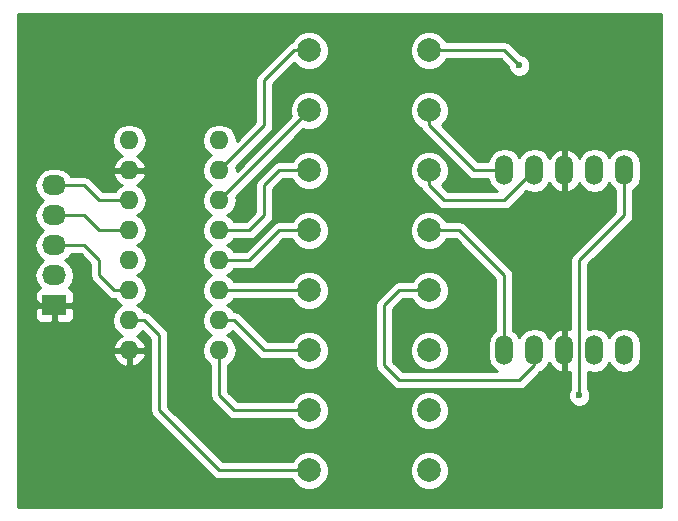
<source format=gtl>
G04 #@! TF.FileFunction,Copper,L1,Top,Signal*
%FSLAX46Y46*%
G04 Gerber Fmt 4.6, Leading zero omitted, Abs format (unit mm)*
G04 Created by KiCad (PCBNEW 4.0.2-stable) date Monday, September 05, 2016 'PMt' 12:23:40 PM*
%MOMM*%
G01*
G04 APERTURE LIST*
%ADD10C,0.100000*%
%ADD11R,2.032000X1.727200*%
%ADD12O,2.032000X1.727200*%
%ADD13C,1.998980*%
%ADD14O,1.524000X2.524000*%
%ADD15O,1.600000X1.600000*%
%ADD16C,0.600000*%
%ADD17C,0.400000*%
%ADD18C,0.250000*%
%ADD19C,0.254000*%
G04 APERTURE END LIST*
D10*
D11*
X113030000Y-93980000D03*
D12*
X113030000Y-91440000D03*
X113030000Y-88900000D03*
X113030000Y-86360000D03*
X113030000Y-83820000D03*
D13*
X134620000Y-72390000D03*
X144780000Y-72390000D03*
X134620000Y-77470000D03*
X144780000Y-77470000D03*
X134620000Y-82550000D03*
X144780000Y-82550000D03*
X134620000Y-87630000D03*
X144780000Y-87630000D03*
X134620000Y-92710000D03*
X144780000Y-92710000D03*
X134620000Y-97790000D03*
X144780000Y-97790000D03*
X134620000Y-102870000D03*
X144780000Y-102870000D03*
X134620000Y-107950000D03*
X144780000Y-107950000D03*
D14*
X151130000Y-97790000D03*
X153670000Y-97790000D03*
X156210000Y-97790000D03*
X158750000Y-97790000D03*
X161290000Y-97790000D03*
X161290000Y-82550000D03*
X158750000Y-82550000D03*
X156210000Y-82550000D03*
X153670000Y-82550000D03*
X151130000Y-82550000D03*
D15*
X127000000Y-97790000D03*
X127000000Y-95250000D03*
X127000000Y-92710000D03*
X127000000Y-90170000D03*
X127000000Y-87630000D03*
X127000000Y-85090000D03*
X127000000Y-82550000D03*
X127000000Y-80010000D03*
X119380000Y-80010000D03*
X119380000Y-82550000D03*
X119380000Y-85090000D03*
X119380000Y-87630000D03*
X119380000Y-90170000D03*
X119380000Y-92710000D03*
X119380000Y-95250000D03*
X119380000Y-97790000D03*
D16*
X152400000Y-73660000D03*
X157480000Y-101600000D03*
D17*
X119380000Y-97790000D02*
X119380000Y-106680000D01*
X156210000Y-101600000D02*
X156210000Y-97790000D01*
X147320000Y-110490000D02*
X156210000Y-101600000D01*
X123190000Y-110490000D02*
X147320000Y-110490000D01*
X119380000Y-106680000D02*
X123190000Y-110490000D01*
X119380000Y-82550000D02*
X120650000Y-82550000D01*
X156210000Y-74930000D02*
X156210000Y-82550000D01*
X151130000Y-69850000D02*
X156210000Y-74930000D01*
X128270000Y-69850000D02*
X151130000Y-69850000D01*
X123190000Y-74930000D02*
X128270000Y-69850000D01*
X123190000Y-80010000D02*
X123190000Y-74930000D01*
X120650000Y-82550000D02*
X123190000Y-80010000D01*
X113030000Y-93980000D02*
X111760000Y-93980000D01*
X116840000Y-82550000D02*
X119380000Y-82550000D01*
X114300000Y-80010000D02*
X116840000Y-82550000D01*
X111760000Y-80010000D02*
X114300000Y-80010000D01*
X110490000Y-81280000D02*
X111760000Y-80010000D01*
X110490000Y-92710000D02*
X110490000Y-81280000D01*
X111760000Y-93980000D02*
X110490000Y-92710000D01*
X113030000Y-93980000D02*
X113030000Y-95250000D01*
X115570000Y-97790000D02*
X119380000Y-97790000D01*
X113030000Y-95250000D02*
X115570000Y-97790000D01*
D18*
X113030000Y-88900000D02*
X115570000Y-88900000D01*
X118110000Y-92710000D02*
X119380000Y-92710000D01*
X116840000Y-91440000D02*
X118110000Y-92710000D01*
X116840000Y-90170000D02*
X116840000Y-91440000D01*
X115570000Y-88900000D02*
X116840000Y-90170000D01*
X113030000Y-86360000D02*
X115570000Y-86360000D01*
X116840000Y-87630000D02*
X119380000Y-87630000D01*
X115570000Y-86360000D02*
X116840000Y-87630000D01*
X113030000Y-83820000D02*
X115570000Y-83820000D01*
X116840000Y-85090000D02*
X119380000Y-85090000D01*
X115570000Y-83820000D02*
X116840000Y-85090000D01*
X134620000Y-72390000D02*
X133350000Y-72390000D01*
X130810000Y-78740000D02*
X127000000Y-82550000D01*
X130810000Y-74930000D02*
X130810000Y-78740000D01*
X133350000Y-72390000D02*
X130810000Y-74930000D01*
X144780000Y-72390000D02*
X151130000Y-72390000D01*
X151130000Y-72390000D02*
X152400000Y-73660000D01*
X134620000Y-77470000D02*
X127000000Y-85090000D01*
X144780000Y-77470000D02*
X144780000Y-78740000D01*
X148590000Y-82550000D02*
X151130000Y-82550000D01*
X144780000Y-78740000D02*
X148590000Y-82550000D01*
X134620000Y-82550000D02*
X132080000Y-82550000D01*
X129540000Y-87630000D02*
X127000000Y-87630000D01*
X130810000Y-86360000D02*
X129540000Y-87630000D01*
X130810000Y-83820000D02*
X130810000Y-86360000D01*
X132080000Y-82550000D02*
X130810000Y-83820000D01*
X144780000Y-82550000D02*
X144780000Y-83820000D01*
X151130000Y-85090000D02*
X153670000Y-82550000D01*
X146050000Y-85090000D02*
X151130000Y-85090000D01*
X144780000Y-83820000D02*
X146050000Y-85090000D01*
X134620000Y-87630000D02*
X132080000Y-87630000D01*
X129540000Y-90170000D02*
X127000000Y-90170000D01*
X132080000Y-87630000D02*
X129540000Y-90170000D01*
X144780000Y-87630000D02*
X147320000Y-87630000D01*
X151130000Y-91440000D02*
X151130000Y-97790000D01*
X147320000Y-87630000D02*
X151130000Y-91440000D01*
X134620000Y-92710000D02*
X127000000Y-92710000D01*
X144780000Y-92710000D02*
X142240000Y-92710000D01*
X153670000Y-99060000D02*
X153670000Y-97790000D01*
X152400000Y-100330000D02*
X153670000Y-99060000D01*
X142240000Y-100330000D02*
X152400000Y-100330000D01*
X140970000Y-99060000D02*
X142240000Y-100330000D01*
X140970000Y-93980000D02*
X140970000Y-99060000D01*
X142240000Y-92710000D02*
X140970000Y-93980000D01*
X134620000Y-97790000D02*
X130810000Y-97790000D01*
X128270000Y-95250000D02*
X127000000Y-95250000D01*
X130810000Y-97790000D02*
X128270000Y-95250000D01*
X134620000Y-102870000D02*
X128270000Y-102870000D01*
X127000000Y-101600000D02*
X127000000Y-97790000D01*
X128270000Y-102870000D02*
X127000000Y-101600000D01*
X161290000Y-86360000D02*
X161290000Y-82550000D01*
X157480000Y-90170000D02*
X161290000Y-86360000D01*
X157480000Y-101600000D02*
X157480000Y-90170000D01*
X134620000Y-107950000D02*
X127000000Y-107950000D01*
X120650000Y-95250000D02*
X119380000Y-95250000D01*
X121920000Y-96520000D02*
X120650000Y-95250000D01*
X121920000Y-102870000D02*
X121920000Y-96520000D01*
X127000000Y-107950000D02*
X121920000Y-102870000D01*
D19*
G36*
X164390000Y-111050000D02*
X109930000Y-111050000D01*
X109930000Y-98139039D01*
X117988096Y-98139039D01*
X118148959Y-98527423D01*
X118524866Y-98942389D01*
X119030959Y-99181914D01*
X119253000Y-99060629D01*
X119253000Y-97917000D01*
X119507000Y-97917000D01*
X119507000Y-99060629D01*
X119729041Y-99181914D01*
X120235134Y-98942389D01*
X120611041Y-98527423D01*
X120771904Y-98139039D01*
X120649915Y-97917000D01*
X119507000Y-97917000D01*
X119253000Y-97917000D01*
X118110085Y-97917000D01*
X117988096Y-98139039D01*
X109930000Y-98139039D01*
X109930000Y-94265750D01*
X111379000Y-94265750D01*
X111379000Y-94969910D01*
X111475673Y-95203299D01*
X111654302Y-95381927D01*
X111887691Y-95478600D01*
X112744250Y-95478600D01*
X112903000Y-95319850D01*
X112903000Y-94107000D01*
X113157000Y-94107000D01*
X113157000Y-95319850D01*
X113315750Y-95478600D01*
X114172309Y-95478600D01*
X114405698Y-95381927D01*
X114584327Y-95203299D01*
X114681000Y-94969910D01*
X114681000Y-94265750D01*
X114522250Y-94107000D01*
X113157000Y-94107000D01*
X112903000Y-94107000D01*
X111537750Y-94107000D01*
X111379000Y-94265750D01*
X109930000Y-94265750D01*
X109930000Y-83820000D01*
X111346655Y-83820000D01*
X111460729Y-84393489D01*
X111785585Y-84879670D01*
X112100366Y-85090000D01*
X111785585Y-85300330D01*
X111460729Y-85786511D01*
X111346655Y-86360000D01*
X111460729Y-86933489D01*
X111785585Y-87419670D01*
X112100366Y-87630000D01*
X111785585Y-87840330D01*
X111460729Y-88326511D01*
X111346655Y-88900000D01*
X111460729Y-89473489D01*
X111785585Y-89959670D01*
X112100366Y-90170000D01*
X111785585Y-90380330D01*
X111460729Y-90866511D01*
X111346655Y-91440000D01*
X111460729Y-92013489D01*
X111785585Y-92499670D01*
X111807780Y-92514500D01*
X111654302Y-92578073D01*
X111475673Y-92756701D01*
X111379000Y-92990090D01*
X111379000Y-93694250D01*
X111537750Y-93853000D01*
X112903000Y-93853000D01*
X112903000Y-93833000D01*
X113157000Y-93833000D01*
X113157000Y-93853000D01*
X114522250Y-93853000D01*
X114681000Y-93694250D01*
X114681000Y-92990090D01*
X114584327Y-92756701D01*
X114405698Y-92578073D01*
X114252220Y-92514500D01*
X114274415Y-92499670D01*
X114599271Y-92013489D01*
X114713345Y-91440000D01*
X114599271Y-90866511D01*
X114274415Y-90380330D01*
X113959634Y-90170000D01*
X114274415Y-89959670D01*
X114474648Y-89660000D01*
X115255198Y-89660000D01*
X116080000Y-90484802D01*
X116080000Y-91440000D01*
X116137852Y-91730839D01*
X116302599Y-91977401D01*
X117572599Y-93247401D01*
X117819160Y-93412148D01*
X118110000Y-93470000D01*
X118167005Y-93470000D01*
X118337189Y-93724698D01*
X118719275Y-93980000D01*
X118337189Y-94235302D01*
X118026120Y-94700849D01*
X117916887Y-95250000D01*
X118026120Y-95799151D01*
X118337189Y-96264698D01*
X118741703Y-96534986D01*
X118524866Y-96637611D01*
X118148959Y-97052577D01*
X117988096Y-97440961D01*
X118110085Y-97663000D01*
X119253000Y-97663000D01*
X119253000Y-97643000D01*
X119507000Y-97643000D01*
X119507000Y-97663000D01*
X120649915Y-97663000D01*
X120771904Y-97440961D01*
X120611041Y-97052577D01*
X120235134Y-96637611D01*
X120018297Y-96534986D01*
X120422811Y-96264698D01*
X120489736Y-96164538D01*
X121160000Y-96834802D01*
X121160000Y-102870000D01*
X121217852Y-103160839D01*
X121382599Y-103407401D01*
X126462599Y-108487401D01*
X126709161Y-108652148D01*
X127000000Y-108710000D01*
X133165504Y-108710000D01*
X133233538Y-108874655D01*
X133692927Y-109334846D01*
X134293453Y-109584206D01*
X134943694Y-109584774D01*
X135544655Y-109336462D01*
X136004846Y-108877073D01*
X136254206Y-108276547D01*
X136254208Y-108273694D01*
X143145226Y-108273694D01*
X143393538Y-108874655D01*
X143852927Y-109334846D01*
X144453453Y-109584206D01*
X145103694Y-109584774D01*
X145704655Y-109336462D01*
X146164846Y-108877073D01*
X146414206Y-108276547D01*
X146414774Y-107626306D01*
X146166462Y-107025345D01*
X145707073Y-106565154D01*
X145106547Y-106315794D01*
X144456306Y-106315226D01*
X143855345Y-106563538D01*
X143395154Y-107022927D01*
X143145794Y-107623453D01*
X143145226Y-108273694D01*
X136254208Y-108273694D01*
X136254774Y-107626306D01*
X136006462Y-107025345D01*
X135547073Y-106565154D01*
X134946547Y-106315794D01*
X134296306Y-106315226D01*
X133695345Y-106563538D01*
X133235154Y-107022927D01*
X133165779Y-107190000D01*
X127314802Y-107190000D01*
X122680000Y-102555198D01*
X122680000Y-96520000D01*
X122647179Y-96355000D01*
X122622148Y-96229160D01*
X122457401Y-95982599D01*
X121187401Y-94712599D01*
X120940839Y-94547852D01*
X120650000Y-94490000D01*
X120592995Y-94490000D01*
X120422811Y-94235302D01*
X120040725Y-93980000D01*
X120422811Y-93724698D01*
X120733880Y-93259151D01*
X120843113Y-92710000D01*
X120733880Y-92160849D01*
X120422811Y-91695302D01*
X120040725Y-91440000D01*
X120422811Y-91184698D01*
X120733880Y-90719151D01*
X120843113Y-90170000D01*
X120733880Y-89620849D01*
X120422811Y-89155302D01*
X120040725Y-88900000D01*
X120422811Y-88644698D01*
X120733880Y-88179151D01*
X120843113Y-87630000D01*
X120733880Y-87080849D01*
X120422811Y-86615302D01*
X120040725Y-86360000D01*
X120422811Y-86104698D01*
X120733880Y-85639151D01*
X120843113Y-85090000D01*
X120733880Y-84540849D01*
X120422811Y-84075302D01*
X120018297Y-83805014D01*
X120235134Y-83702389D01*
X120611041Y-83287423D01*
X120771904Y-82899039D01*
X120649915Y-82677000D01*
X119507000Y-82677000D01*
X119507000Y-82697000D01*
X119253000Y-82697000D01*
X119253000Y-82677000D01*
X118110085Y-82677000D01*
X117988096Y-82899039D01*
X118148959Y-83287423D01*
X118524866Y-83702389D01*
X118741703Y-83805014D01*
X118337189Y-84075302D01*
X118167005Y-84330000D01*
X117154802Y-84330000D01*
X116107401Y-83282599D01*
X115860839Y-83117852D01*
X115570000Y-83060000D01*
X114474648Y-83060000D01*
X114274415Y-82760330D01*
X113788234Y-82435474D01*
X113214745Y-82321400D01*
X112845255Y-82321400D01*
X112271766Y-82435474D01*
X111785585Y-82760330D01*
X111460729Y-83246511D01*
X111346655Y-83820000D01*
X109930000Y-83820000D01*
X109930000Y-80010000D01*
X117916887Y-80010000D01*
X118026120Y-80559151D01*
X118337189Y-81024698D01*
X118741703Y-81294986D01*
X118524866Y-81397611D01*
X118148959Y-81812577D01*
X117988096Y-82200961D01*
X118110085Y-82423000D01*
X119253000Y-82423000D01*
X119253000Y-82403000D01*
X119507000Y-82403000D01*
X119507000Y-82423000D01*
X120649915Y-82423000D01*
X120771904Y-82200961D01*
X120611041Y-81812577D01*
X120235134Y-81397611D01*
X120018297Y-81294986D01*
X120422811Y-81024698D01*
X120733880Y-80559151D01*
X120843113Y-80010000D01*
X125536887Y-80010000D01*
X125646120Y-80559151D01*
X125957189Y-81024698D01*
X126339275Y-81280000D01*
X125957189Y-81535302D01*
X125646120Y-82000849D01*
X125536887Y-82550000D01*
X125646120Y-83099151D01*
X125957189Y-83564698D01*
X126339275Y-83820000D01*
X125957189Y-84075302D01*
X125646120Y-84540849D01*
X125536887Y-85090000D01*
X125646120Y-85639151D01*
X125957189Y-86104698D01*
X126339275Y-86360000D01*
X125957189Y-86615302D01*
X125646120Y-87080849D01*
X125536887Y-87630000D01*
X125646120Y-88179151D01*
X125957189Y-88644698D01*
X126339275Y-88900000D01*
X125957189Y-89155302D01*
X125646120Y-89620849D01*
X125536887Y-90170000D01*
X125646120Y-90719151D01*
X125957189Y-91184698D01*
X126339275Y-91440000D01*
X125957189Y-91695302D01*
X125646120Y-92160849D01*
X125536887Y-92710000D01*
X125646120Y-93259151D01*
X125957189Y-93724698D01*
X126339275Y-93980000D01*
X125957189Y-94235302D01*
X125646120Y-94700849D01*
X125536887Y-95250000D01*
X125646120Y-95799151D01*
X125957189Y-96264698D01*
X126339275Y-96520000D01*
X125957189Y-96775302D01*
X125646120Y-97240849D01*
X125536887Y-97790000D01*
X125646120Y-98339151D01*
X125957189Y-98804698D01*
X126240000Y-98993667D01*
X126240000Y-101600000D01*
X126297852Y-101890839D01*
X126462599Y-102137401D01*
X127732599Y-103407401D01*
X127979160Y-103572148D01*
X128270000Y-103630000D01*
X133165504Y-103630000D01*
X133233538Y-103794655D01*
X133692927Y-104254846D01*
X134293453Y-104504206D01*
X134943694Y-104504774D01*
X135544655Y-104256462D01*
X136004846Y-103797073D01*
X136254206Y-103196547D01*
X136254208Y-103193694D01*
X143145226Y-103193694D01*
X143393538Y-103794655D01*
X143852927Y-104254846D01*
X144453453Y-104504206D01*
X145103694Y-104504774D01*
X145704655Y-104256462D01*
X146164846Y-103797073D01*
X146414206Y-103196547D01*
X146414774Y-102546306D01*
X146166462Y-101945345D01*
X145707073Y-101485154D01*
X145106547Y-101235794D01*
X144456306Y-101235226D01*
X143855345Y-101483538D01*
X143395154Y-101942927D01*
X143145794Y-102543453D01*
X143145226Y-103193694D01*
X136254208Y-103193694D01*
X136254774Y-102546306D01*
X136006462Y-101945345D01*
X135547073Y-101485154D01*
X134946547Y-101235794D01*
X134296306Y-101235226D01*
X133695345Y-101483538D01*
X133235154Y-101942927D01*
X133165779Y-102110000D01*
X128584802Y-102110000D01*
X127760000Y-101285198D01*
X127760000Y-98993667D01*
X128042811Y-98804698D01*
X128353880Y-98339151D01*
X128463113Y-97790000D01*
X128353880Y-97240849D01*
X128042811Y-96775302D01*
X127660725Y-96520000D01*
X128042811Y-96264698D01*
X128109736Y-96164538D01*
X130272599Y-98327401D01*
X130519160Y-98492148D01*
X130567414Y-98501746D01*
X130810000Y-98550000D01*
X133165504Y-98550000D01*
X133233538Y-98714655D01*
X133692927Y-99174846D01*
X134293453Y-99424206D01*
X134943694Y-99424774D01*
X135544655Y-99176462D01*
X136004846Y-98717073D01*
X136254206Y-98116547D01*
X136254774Y-97466306D01*
X136006462Y-96865345D01*
X135547073Y-96405154D01*
X134946547Y-96155794D01*
X134296306Y-96155226D01*
X133695345Y-96403538D01*
X133235154Y-96862927D01*
X133165779Y-97030000D01*
X131124802Y-97030000D01*
X128807401Y-94712599D01*
X128560839Y-94547852D01*
X128270000Y-94490000D01*
X128212995Y-94490000D01*
X128042811Y-94235302D01*
X127660725Y-93980000D01*
X128042811Y-93724698D01*
X128212995Y-93470000D01*
X133165504Y-93470000D01*
X133233538Y-93634655D01*
X133692927Y-94094846D01*
X134293453Y-94344206D01*
X134943694Y-94344774D01*
X135544655Y-94096462D01*
X135661320Y-93980000D01*
X140210000Y-93980000D01*
X140210000Y-99060000D01*
X140267852Y-99350839D01*
X140432599Y-99597401D01*
X141702599Y-100867401D01*
X141949160Y-101032148D01*
X142240000Y-101090000D01*
X152400000Y-101090000D01*
X152690839Y-101032148D01*
X152937401Y-100867401D01*
X154182600Y-99622202D01*
X154204609Y-99617824D01*
X154657828Y-99314992D01*
X154949298Y-98878778D01*
X154967941Y-98941941D01*
X155311974Y-99367630D01*
X155792723Y-99629260D01*
X155866930Y-99644220D01*
X156083000Y-99521720D01*
X156083000Y-97917000D01*
X156063000Y-97917000D01*
X156063000Y-97663000D01*
X156083000Y-97663000D01*
X156083000Y-96058280D01*
X155866930Y-95935780D01*
X155792723Y-95950740D01*
X155311974Y-96212370D01*
X154967941Y-96638059D01*
X154949298Y-96701222D01*
X154657828Y-96265008D01*
X154204609Y-95962176D01*
X153670000Y-95855836D01*
X153135391Y-95962176D01*
X152682172Y-96265008D01*
X152400000Y-96687307D01*
X152117828Y-96265008D01*
X151890000Y-96112778D01*
X151890000Y-91440000D01*
X151832148Y-91149161D01*
X151667401Y-90902599D01*
X147857401Y-87092599D01*
X147610839Y-86927852D01*
X147320000Y-86870000D01*
X146234496Y-86870000D01*
X146166462Y-86705345D01*
X145707073Y-86245154D01*
X145106547Y-85995794D01*
X144456306Y-85995226D01*
X143855345Y-86243538D01*
X143395154Y-86702927D01*
X143145794Y-87303453D01*
X143145226Y-87953694D01*
X143393538Y-88554655D01*
X143852927Y-89014846D01*
X144453453Y-89264206D01*
X145103694Y-89264774D01*
X145704655Y-89016462D01*
X146164846Y-88557073D01*
X146234221Y-88390000D01*
X147005198Y-88390000D01*
X150370000Y-91754802D01*
X150370000Y-96112778D01*
X150142172Y-96265008D01*
X149839340Y-96718227D01*
X149733000Y-97252836D01*
X149733000Y-98327164D01*
X149839340Y-98861773D01*
X150142172Y-99314992D01*
X150523818Y-99570000D01*
X142554802Y-99570000D01*
X141730000Y-98745198D01*
X141730000Y-98113694D01*
X143145226Y-98113694D01*
X143393538Y-98714655D01*
X143852927Y-99174846D01*
X144453453Y-99424206D01*
X145103694Y-99424774D01*
X145704655Y-99176462D01*
X146164846Y-98717073D01*
X146414206Y-98116547D01*
X146414774Y-97466306D01*
X146166462Y-96865345D01*
X145707073Y-96405154D01*
X145106547Y-96155794D01*
X144456306Y-96155226D01*
X143855345Y-96403538D01*
X143395154Y-96862927D01*
X143145794Y-97463453D01*
X143145226Y-98113694D01*
X141730000Y-98113694D01*
X141730000Y-94294802D01*
X142554802Y-93470000D01*
X143325504Y-93470000D01*
X143393538Y-93634655D01*
X143852927Y-94094846D01*
X144453453Y-94344206D01*
X145103694Y-94344774D01*
X145704655Y-94096462D01*
X146164846Y-93637073D01*
X146414206Y-93036547D01*
X146414774Y-92386306D01*
X146166462Y-91785345D01*
X145707073Y-91325154D01*
X145106547Y-91075794D01*
X144456306Y-91075226D01*
X143855345Y-91323538D01*
X143395154Y-91782927D01*
X143325779Y-91950000D01*
X142240000Y-91950000D01*
X141949160Y-92007852D01*
X141702599Y-92172599D01*
X140432599Y-93442599D01*
X140267852Y-93689161D01*
X140210000Y-93980000D01*
X135661320Y-93980000D01*
X136004846Y-93637073D01*
X136254206Y-93036547D01*
X136254774Y-92386306D01*
X136006462Y-91785345D01*
X135547073Y-91325154D01*
X134946547Y-91075794D01*
X134296306Y-91075226D01*
X133695345Y-91323538D01*
X133235154Y-91782927D01*
X133165779Y-91950000D01*
X128212995Y-91950000D01*
X128042811Y-91695302D01*
X127660725Y-91440000D01*
X128042811Y-91184698D01*
X128212995Y-90930000D01*
X129540000Y-90930000D01*
X129830839Y-90872148D01*
X130077401Y-90707401D01*
X132394802Y-88390000D01*
X133165504Y-88390000D01*
X133233538Y-88554655D01*
X133692927Y-89014846D01*
X134293453Y-89264206D01*
X134943694Y-89264774D01*
X135544655Y-89016462D01*
X136004846Y-88557073D01*
X136254206Y-87956547D01*
X136254774Y-87306306D01*
X136006462Y-86705345D01*
X135547073Y-86245154D01*
X134946547Y-85995794D01*
X134296306Y-85995226D01*
X133695345Y-86243538D01*
X133235154Y-86702927D01*
X133165779Y-86870000D01*
X132080000Y-86870000D01*
X131837414Y-86918254D01*
X131789160Y-86927852D01*
X131542599Y-87092599D01*
X129225198Y-89410000D01*
X128212995Y-89410000D01*
X128042811Y-89155302D01*
X127660725Y-88900000D01*
X128042811Y-88644698D01*
X128212995Y-88390000D01*
X129540000Y-88390000D01*
X129830839Y-88332148D01*
X130077401Y-88167401D01*
X131347401Y-86897401D01*
X131512148Y-86650840D01*
X131570000Y-86360000D01*
X131570000Y-84134802D01*
X132394802Y-83310000D01*
X133165504Y-83310000D01*
X133233538Y-83474655D01*
X133692927Y-83934846D01*
X134293453Y-84184206D01*
X134943694Y-84184774D01*
X135544655Y-83936462D01*
X136004846Y-83477073D01*
X136254206Y-82876547D01*
X136254774Y-82226306D01*
X136006462Y-81625345D01*
X135547073Y-81165154D01*
X134946547Y-80915794D01*
X134296306Y-80915226D01*
X133695345Y-81163538D01*
X133235154Y-81622927D01*
X133165779Y-81790000D01*
X132080000Y-81790000D01*
X131789160Y-81847852D01*
X131542599Y-82012599D01*
X130272599Y-83282599D01*
X130107852Y-83529161D01*
X130050000Y-83820000D01*
X130050000Y-86045198D01*
X129225198Y-86870000D01*
X128212995Y-86870000D01*
X128042811Y-86615302D01*
X127660725Y-86360000D01*
X128042811Y-86104698D01*
X128353880Y-85639151D01*
X128463113Y-85090000D01*
X128398688Y-84766114D01*
X134128917Y-79035885D01*
X134293453Y-79104206D01*
X134943694Y-79104774D01*
X135544655Y-78856462D01*
X136004846Y-78397073D01*
X136254206Y-77796547D01*
X136254208Y-77793694D01*
X143145226Y-77793694D01*
X143393538Y-78394655D01*
X143852927Y-78854846D01*
X144059943Y-78940807D01*
X144077852Y-79030839D01*
X144242599Y-79277401D01*
X148052599Y-83087401D01*
X148299161Y-83252148D01*
X148590000Y-83310000D01*
X149777325Y-83310000D01*
X149839340Y-83621773D01*
X150142172Y-84074992D01*
X150523818Y-84330000D01*
X146364802Y-84330000D01*
X145838076Y-83803274D01*
X146164846Y-83477073D01*
X146414206Y-82876547D01*
X146414774Y-82226306D01*
X146166462Y-81625345D01*
X145707073Y-81165154D01*
X145106547Y-80915794D01*
X144456306Y-80915226D01*
X143855345Y-81163538D01*
X143395154Y-81622927D01*
X143145794Y-82223453D01*
X143145226Y-82873694D01*
X143393538Y-83474655D01*
X143852927Y-83934846D01*
X144059943Y-84020807D01*
X144077852Y-84110839D01*
X144242599Y-84357401D01*
X145512599Y-85627401D01*
X145759160Y-85792148D01*
X146050000Y-85850000D01*
X151130000Y-85850000D01*
X151420839Y-85792148D01*
X151667401Y-85627401D01*
X153004462Y-84290340D01*
X153135391Y-84377824D01*
X153670000Y-84484164D01*
X154204609Y-84377824D01*
X154657828Y-84074992D01*
X154949298Y-83638778D01*
X154967941Y-83701941D01*
X155311974Y-84127630D01*
X155792723Y-84389260D01*
X155866930Y-84404220D01*
X156083000Y-84281720D01*
X156083000Y-82677000D01*
X156063000Y-82677000D01*
X156063000Y-82423000D01*
X156083000Y-82423000D01*
X156083000Y-80818280D01*
X156337000Y-80818280D01*
X156337000Y-82423000D01*
X156357000Y-82423000D01*
X156357000Y-82677000D01*
X156337000Y-82677000D01*
X156337000Y-84281720D01*
X156553070Y-84404220D01*
X156627277Y-84389260D01*
X157108026Y-84127630D01*
X157452059Y-83701941D01*
X157470702Y-83638778D01*
X157762172Y-84074992D01*
X158215391Y-84377824D01*
X158750000Y-84484164D01*
X159284609Y-84377824D01*
X159737828Y-84074992D01*
X160020000Y-83652693D01*
X160302172Y-84074992D01*
X160530000Y-84227222D01*
X160530000Y-86045198D01*
X156942599Y-89632599D01*
X156777852Y-89879161D01*
X156720000Y-90170000D01*
X156720000Y-96001201D01*
X156627277Y-95950740D01*
X156553070Y-95935780D01*
X156337000Y-96058280D01*
X156337000Y-97663000D01*
X156357000Y-97663000D01*
X156357000Y-97917000D01*
X156337000Y-97917000D01*
X156337000Y-99521720D01*
X156553070Y-99644220D01*
X156627277Y-99629260D01*
X156720000Y-99578799D01*
X156720000Y-101037537D01*
X156687808Y-101069673D01*
X156545162Y-101413201D01*
X156544838Y-101785167D01*
X156686883Y-102128943D01*
X156949673Y-102392192D01*
X157293201Y-102534838D01*
X157665167Y-102535162D01*
X158008943Y-102393117D01*
X158272192Y-102130327D01*
X158414838Y-101786799D01*
X158415162Y-101414833D01*
X158273117Y-101071057D01*
X158240000Y-101037882D01*
X158240000Y-99622719D01*
X158750000Y-99724164D01*
X159284609Y-99617824D01*
X159737828Y-99314992D01*
X160020000Y-98892693D01*
X160302172Y-99314992D01*
X160755391Y-99617824D01*
X161290000Y-99724164D01*
X161824609Y-99617824D01*
X162277828Y-99314992D01*
X162580660Y-98861773D01*
X162687000Y-98327164D01*
X162687000Y-97252836D01*
X162580660Y-96718227D01*
X162277828Y-96265008D01*
X161824609Y-95962176D01*
X161290000Y-95855836D01*
X160755391Y-95962176D01*
X160302172Y-96265008D01*
X160020000Y-96687307D01*
X159737828Y-96265008D01*
X159284609Y-95962176D01*
X158750000Y-95855836D01*
X158240000Y-95957281D01*
X158240000Y-90484802D01*
X161827401Y-86897401D01*
X161992148Y-86650839D01*
X162050000Y-86360000D01*
X162050000Y-84227222D01*
X162277828Y-84074992D01*
X162580660Y-83621773D01*
X162687000Y-83087164D01*
X162687000Y-82012836D01*
X162580660Y-81478227D01*
X162277828Y-81025008D01*
X161824609Y-80722176D01*
X161290000Y-80615836D01*
X160755391Y-80722176D01*
X160302172Y-81025008D01*
X160020000Y-81447307D01*
X159737828Y-81025008D01*
X159284609Y-80722176D01*
X158750000Y-80615836D01*
X158215391Y-80722176D01*
X157762172Y-81025008D01*
X157470702Y-81461222D01*
X157452059Y-81398059D01*
X157108026Y-80972370D01*
X156627277Y-80710740D01*
X156553070Y-80695780D01*
X156337000Y-80818280D01*
X156083000Y-80818280D01*
X155866930Y-80695780D01*
X155792723Y-80710740D01*
X155311974Y-80972370D01*
X154967941Y-81398059D01*
X154949298Y-81461222D01*
X154657828Y-81025008D01*
X154204609Y-80722176D01*
X153670000Y-80615836D01*
X153135391Y-80722176D01*
X152682172Y-81025008D01*
X152400000Y-81447307D01*
X152117828Y-81025008D01*
X151664609Y-80722176D01*
X151130000Y-80615836D01*
X150595391Y-80722176D01*
X150142172Y-81025008D01*
X149839340Y-81478227D01*
X149777325Y-81790000D01*
X148904802Y-81790000D01*
X145838076Y-78723274D01*
X146164846Y-78397073D01*
X146414206Y-77796547D01*
X146414774Y-77146306D01*
X146166462Y-76545345D01*
X145707073Y-76085154D01*
X145106547Y-75835794D01*
X144456306Y-75835226D01*
X143855345Y-76083538D01*
X143395154Y-76542927D01*
X143145794Y-77143453D01*
X143145226Y-77793694D01*
X136254208Y-77793694D01*
X136254774Y-77146306D01*
X136006462Y-76545345D01*
X135547073Y-76085154D01*
X134946547Y-75835794D01*
X134296306Y-75835226D01*
X133695345Y-76083538D01*
X133235154Y-76542927D01*
X132985794Y-77143453D01*
X132985226Y-77793694D01*
X133054309Y-77960889D01*
X128462595Y-82552603D01*
X128463113Y-82550000D01*
X128398688Y-82226114D01*
X131347401Y-79277401D01*
X131512148Y-79030839D01*
X131570000Y-78740000D01*
X131570000Y-75244802D01*
X133366726Y-73448076D01*
X133692927Y-73774846D01*
X134293453Y-74024206D01*
X134943694Y-74024774D01*
X135544655Y-73776462D01*
X136004846Y-73317073D01*
X136254206Y-72716547D01*
X136254208Y-72713694D01*
X143145226Y-72713694D01*
X143393538Y-73314655D01*
X143852927Y-73774846D01*
X144453453Y-74024206D01*
X145103694Y-74024774D01*
X145704655Y-73776462D01*
X146164846Y-73317073D01*
X146234221Y-73150000D01*
X150815198Y-73150000D01*
X151464878Y-73799680D01*
X151464838Y-73845167D01*
X151606883Y-74188943D01*
X151869673Y-74452192D01*
X152213201Y-74594838D01*
X152585167Y-74595162D01*
X152928943Y-74453117D01*
X153192192Y-74190327D01*
X153334838Y-73846799D01*
X153335162Y-73474833D01*
X153193117Y-73131057D01*
X152930327Y-72867808D01*
X152586799Y-72725162D01*
X152539923Y-72725121D01*
X151667401Y-71852599D01*
X151420839Y-71687852D01*
X151130000Y-71630000D01*
X146234496Y-71630000D01*
X146166462Y-71465345D01*
X145707073Y-71005154D01*
X145106547Y-70755794D01*
X144456306Y-70755226D01*
X143855345Y-71003538D01*
X143395154Y-71462927D01*
X143145794Y-72063453D01*
X143145226Y-72713694D01*
X136254208Y-72713694D01*
X136254774Y-72066306D01*
X136006462Y-71465345D01*
X135547073Y-71005154D01*
X134946547Y-70755794D01*
X134296306Y-70755226D01*
X133695345Y-71003538D01*
X133235154Y-71462927D01*
X133149193Y-71669943D01*
X133107414Y-71678254D01*
X133059160Y-71687852D01*
X132812599Y-71852599D01*
X130272599Y-74392599D01*
X130107852Y-74639161D01*
X130050000Y-74930000D01*
X130050000Y-78425198D01*
X128462595Y-80012603D01*
X128463113Y-80010000D01*
X128353880Y-79460849D01*
X128042811Y-78995302D01*
X127577264Y-78684233D01*
X127028113Y-78575000D01*
X126971887Y-78575000D01*
X126422736Y-78684233D01*
X125957189Y-78995302D01*
X125646120Y-79460849D01*
X125536887Y-80010000D01*
X120843113Y-80010000D01*
X120733880Y-79460849D01*
X120422811Y-78995302D01*
X119957264Y-78684233D01*
X119408113Y-78575000D01*
X119351887Y-78575000D01*
X118802736Y-78684233D01*
X118337189Y-78995302D01*
X118026120Y-79460849D01*
X117916887Y-80010000D01*
X109930000Y-80010000D01*
X109930000Y-69290000D01*
X164390000Y-69290000D01*
X164390000Y-111050000D01*
X164390000Y-111050000D01*
G37*
X164390000Y-111050000D02*
X109930000Y-111050000D01*
X109930000Y-98139039D01*
X117988096Y-98139039D01*
X118148959Y-98527423D01*
X118524866Y-98942389D01*
X119030959Y-99181914D01*
X119253000Y-99060629D01*
X119253000Y-97917000D01*
X119507000Y-97917000D01*
X119507000Y-99060629D01*
X119729041Y-99181914D01*
X120235134Y-98942389D01*
X120611041Y-98527423D01*
X120771904Y-98139039D01*
X120649915Y-97917000D01*
X119507000Y-97917000D01*
X119253000Y-97917000D01*
X118110085Y-97917000D01*
X117988096Y-98139039D01*
X109930000Y-98139039D01*
X109930000Y-94265750D01*
X111379000Y-94265750D01*
X111379000Y-94969910D01*
X111475673Y-95203299D01*
X111654302Y-95381927D01*
X111887691Y-95478600D01*
X112744250Y-95478600D01*
X112903000Y-95319850D01*
X112903000Y-94107000D01*
X113157000Y-94107000D01*
X113157000Y-95319850D01*
X113315750Y-95478600D01*
X114172309Y-95478600D01*
X114405698Y-95381927D01*
X114584327Y-95203299D01*
X114681000Y-94969910D01*
X114681000Y-94265750D01*
X114522250Y-94107000D01*
X113157000Y-94107000D01*
X112903000Y-94107000D01*
X111537750Y-94107000D01*
X111379000Y-94265750D01*
X109930000Y-94265750D01*
X109930000Y-83820000D01*
X111346655Y-83820000D01*
X111460729Y-84393489D01*
X111785585Y-84879670D01*
X112100366Y-85090000D01*
X111785585Y-85300330D01*
X111460729Y-85786511D01*
X111346655Y-86360000D01*
X111460729Y-86933489D01*
X111785585Y-87419670D01*
X112100366Y-87630000D01*
X111785585Y-87840330D01*
X111460729Y-88326511D01*
X111346655Y-88900000D01*
X111460729Y-89473489D01*
X111785585Y-89959670D01*
X112100366Y-90170000D01*
X111785585Y-90380330D01*
X111460729Y-90866511D01*
X111346655Y-91440000D01*
X111460729Y-92013489D01*
X111785585Y-92499670D01*
X111807780Y-92514500D01*
X111654302Y-92578073D01*
X111475673Y-92756701D01*
X111379000Y-92990090D01*
X111379000Y-93694250D01*
X111537750Y-93853000D01*
X112903000Y-93853000D01*
X112903000Y-93833000D01*
X113157000Y-93833000D01*
X113157000Y-93853000D01*
X114522250Y-93853000D01*
X114681000Y-93694250D01*
X114681000Y-92990090D01*
X114584327Y-92756701D01*
X114405698Y-92578073D01*
X114252220Y-92514500D01*
X114274415Y-92499670D01*
X114599271Y-92013489D01*
X114713345Y-91440000D01*
X114599271Y-90866511D01*
X114274415Y-90380330D01*
X113959634Y-90170000D01*
X114274415Y-89959670D01*
X114474648Y-89660000D01*
X115255198Y-89660000D01*
X116080000Y-90484802D01*
X116080000Y-91440000D01*
X116137852Y-91730839D01*
X116302599Y-91977401D01*
X117572599Y-93247401D01*
X117819160Y-93412148D01*
X118110000Y-93470000D01*
X118167005Y-93470000D01*
X118337189Y-93724698D01*
X118719275Y-93980000D01*
X118337189Y-94235302D01*
X118026120Y-94700849D01*
X117916887Y-95250000D01*
X118026120Y-95799151D01*
X118337189Y-96264698D01*
X118741703Y-96534986D01*
X118524866Y-96637611D01*
X118148959Y-97052577D01*
X117988096Y-97440961D01*
X118110085Y-97663000D01*
X119253000Y-97663000D01*
X119253000Y-97643000D01*
X119507000Y-97643000D01*
X119507000Y-97663000D01*
X120649915Y-97663000D01*
X120771904Y-97440961D01*
X120611041Y-97052577D01*
X120235134Y-96637611D01*
X120018297Y-96534986D01*
X120422811Y-96264698D01*
X120489736Y-96164538D01*
X121160000Y-96834802D01*
X121160000Y-102870000D01*
X121217852Y-103160839D01*
X121382599Y-103407401D01*
X126462599Y-108487401D01*
X126709161Y-108652148D01*
X127000000Y-108710000D01*
X133165504Y-108710000D01*
X133233538Y-108874655D01*
X133692927Y-109334846D01*
X134293453Y-109584206D01*
X134943694Y-109584774D01*
X135544655Y-109336462D01*
X136004846Y-108877073D01*
X136254206Y-108276547D01*
X136254208Y-108273694D01*
X143145226Y-108273694D01*
X143393538Y-108874655D01*
X143852927Y-109334846D01*
X144453453Y-109584206D01*
X145103694Y-109584774D01*
X145704655Y-109336462D01*
X146164846Y-108877073D01*
X146414206Y-108276547D01*
X146414774Y-107626306D01*
X146166462Y-107025345D01*
X145707073Y-106565154D01*
X145106547Y-106315794D01*
X144456306Y-106315226D01*
X143855345Y-106563538D01*
X143395154Y-107022927D01*
X143145794Y-107623453D01*
X143145226Y-108273694D01*
X136254208Y-108273694D01*
X136254774Y-107626306D01*
X136006462Y-107025345D01*
X135547073Y-106565154D01*
X134946547Y-106315794D01*
X134296306Y-106315226D01*
X133695345Y-106563538D01*
X133235154Y-107022927D01*
X133165779Y-107190000D01*
X127314802Y-107190000D01*
X122680000Y-102555198D01*
X122680000Y-96520000D01*
X122647179Y-96355000D01*
X122622148Y-96229160D01*
X122457401Y-95982599D01*
X121187401Y-94712599D01*
X120940839Y-94547852D01*
X120650000Y-94490000D01*
X120592995Y-94490000D01*
X120422811Y-94235302D01*
X120040725Y-93980000D01*
X120422811Y-93724698D01*
X120733880Y-93259151D01*
X120843113Y-92710000D01*
X120733880Y-92160849D01*
X120422811Y-91695302D01*
X120040725Y-91440000D01*
X120422811Y-91184698D01*
X120733880Y-90719151D01*
X120843113Y-90170000D01*
X120733880Y-89620849D01*
X120422811Y-89155302D01*
X120040725Y-88900000D01*
X120422811Y-88644698D01*
X120733880Y-88179151D01*
X120843113Y-87630000D01*
X120733880Y-87080849D01*
X120422811Y-86615302D01*
X120040725Y-86360000D01*
X120422811Y-86104698D01*
X120733880Y-85639151D01*
X120843113Y-85090000D01*
X120733880Y-84540849D01*
X120422811Y-84075302D01*
X120018297Y-83805014D01*
X120235134Y-83702389D01*
X120611041Y-83287423D01*
X120771904Y-82899039D01*
X120649915Y-82677000D01*
X119507000Y-82677000D01*
X119507000Y-82697000D01*
X119253000Y-82697000D01*
X119253000Y-82677000D01*
X118110085Y-82677000D01*
X117988096Y-82899039D01*
X118148959Y-83287423D01*
X118524866Y-83702389D01*
X118741703Y-83805014D01*
X118337189Y-84075302D01*
X118167005Y-84330000D01*
X117154802Y-84330000D01*
X116107401Y-83282599D01*
X115860839Y-83117852D01*
X115570000Y-83060000D01*
X114474648Y-83060000D01*
X114274415Y-82760330D01*
X113788234Y-82435474D01*
X113214745Y-82321400D01*
X112845255Y-82321400D01*
X112271766Y-82435474D01*
X111785585Y-82760330D01*
X111460729Y-83246511D01*
X111346655Y-83820000D01*
X109930000Y-83820000D01*
X109930000Y-80010000D01*
X117916887Y-80010000D01*
X118026120Y-80559151D01*
X118337189Y-81024698D01*
X118741703Y-81294986D01*
X118524866Y-81397611D01*
X118148959Y-81812577D01*
X117988096Y-82200961D01*
X118110085Y-82423000D01*
X119253000Y-82423000D01*
X119253000Y-82403000D01*
X119507000Y-82403000D01*
X119507000Y-82423000D01*
X120649915Y-82423000D01*
X120771904Y-82200961D01*
X120611041Y-81812577D01*
X120235134Y-81397611D01*
X120018297Y-81294986D01*
X120422811Y-81024698D01*
X120733880Y-80559151D01*
X120843113Y-80010000D01*
X125536887Y-80010000D01*
X125646120Y-80559151D01*
X125957189Y-81024698D01*
X126339275Y-81280000D01*
X125957189Y-81535302D01*
X125646120Y-82000849D01*
X125536887Y-82550000D01*
X125646120Y-83099151D01*
X125957189Y-83564698D01*
X126339275Y-83820000D01*
X125957189Y-84075302D01*
X125646120Y-84540849D01*
X125536887Y-85090000D01*
X125646120Y-85639151D01*
X125957189Y-86104698D01*
X126339275Y-86360000D01*
X125957189Y-86615302D01*
X125646120Y-87080849D01*
X125536887Y-87630000D01*
X125646120Y-88179151D01*
X125957189Y-88644698D01*
X126339275Y-88900000D01*
X125957189Y-89155302D01*
X125646120Y-89620849D01*
X125536887Y-90170000D01*
X125646120Y-90719151D01*
X125957189Y-91184698D01*
X126339275Y-91440000D01*
X125957189Y-91695302D01*
X125646120Y-92160849D01*
X125536887Y-92710000D01*
X125646120Y-93259151D01*
X125957189Y-93724698D01*
X126339275Y-93980000D01*
X125957189Y-94235302D01*
X125646120Y-94700849D01*
X125536887Y-95250000D01*
X125646120Y-95799151D01*
X125957189Y-96264698D01*
X126339275Y-96520000D01*
X125957189Y-96775302D01*
X125646120Y-97240849D01*
X125536887Y-97790000D01*
X125646120Y-98339151D01*
X125957189Y-98804698D01*
X126240000Y-98993667D01*
X126240000Y-101600000D01*
X126297852Y-101890839D01*
X126462599Y-102137401D01*
X127732599Y-103407401D01*
X127979160Y-103572148D01*
X128270000Y-103630000D01*
X133165504Y-103630000D01*
X133233538Y-103794655D01*
X133692927Y-104254846D01*
X134293453Y-104504206D01*
X134943694Y-104504774D01*
X135544655Y-104256462D01*
X136004846Y-103797073D01*
X136254206Y-103196547D01*
X136254208Y-103193694D01*
X143145226Y-103193694D01*
X143393538Y-103794655D01*
X143852927Y-104254846D01*
X144453453Y-104504206D01*
X145103694Y-104504774D01*
X145704655Y-104256462D01*
X146164846Y-103797073D01*
X146414206Y-103196547D01*
X146414774Y-102546306D01*
X146166462Y-101945345D01*
X145707073Y-101485154D01*
X145106547Y-101235794D01*
X144456306Y-101235226D01*
X143855345Y-101483538D01*
X143395154Y-101942927D01*
X143145794Y-102543453D01*
X143145226Y-103193694D01*
X136254208Y-103193694D01*
X136254774Y-102546306D01*
X136006462Y-101945345D01*
X135547073Y-101485154D01*
X134946547Y-101235794D01*
X134296306Y-101235226D01*
X133695345Y-101483538D01*
X133235154Y-101942927D01*
X133165779Y-102110000D01*
X128584802Y-102110000D01*
X127760000Y-101285198D01*
X127760000Y-98993667D01*
X128042811Y-98804698D01*
X128353880Y-98339151D01*
X128463113Y-97790000D01*
X128353880Y-97240849D01*
X128042811Y-96775302D01*
X127660725Y-96520000D01*
X128042811Y-96264698D01*
X128109736Y-96164538D01*
X130272599Y-98327401D01*
X130519160Y-98492148D01*
X130567414Y-98501746D01*
X130810000Y-98550000D01*
X133165504Y-98550000D01*
X133233538Y-98714655D01*
X133692927Y-99174846D01*
X134293453Y-99424206D01*
X134943694Y-99424774D01*
X135544655Y-99176462D01*
X136004846Y-98717073D01*
X136254206Y-98116547D01*
X136254774Y-97466306D01*
X136006462Y-96865345D01*
X135547073Y-96405154D01*
X134946547Y-96155794D01*
X134296306Y-96155226D01*
X133695345Y-96403538D01*
X133235154Y-96862927D01*
X133165779Y-97030000D01*
X131124802Y-97030000D01*
X128807401Y-94712599D01*
X128560839Y-94547852D01*
X128270000Y-94490000D01*
X128212995Y-94490000D01*
X128042811Y-94235302D01*
X127660725Y-93980000D01*
X128042811Y-93724698D01*
X128212995Y-93470000D01*
X133165504Y-93470000D01*
X133233538Y-93634655D01*
X133692927Y-94094846D01*
X134293453Y-94344206D01*
X134943694Y-94344774D01*
X135544655Y-94096462D01*
X135661320Y-93980000D01*
X140210000Y-93980000D01*
X140210000Y-99060000D01*
X140267852Y-99350839D01*
X140432599Y-99597401D01*
X141702599Y-100867401D01*
X141949160Y-101032148D01*
X142240000Y-101090000D01*
X152400000Y-101090000D01*
X152690839Y-101032148D01*
X152937401Y-100867401D01*
X154182600Y-99622202D01*
X154204609Y-99617824D01*
X154657828Y-99314992D01*
X154949298Y-98878778D01*
X154967941Y-98941941D01*
X155311974Y-99367630D01*
X155792723Y-99629260D01*
X155866930Y-99644220D01*
X156083000Y-99521720D01*
X156083000Y-97917000D01*
X156063000Y-97917000D01*
X156063000Y-97663000D01*
X156083000Y-97663000D01*
X156083000Y-96058280D01*
X155866930Y-95935780D01*
X155792723Y-95950740D01*
X155311974Y-96212370D01*
X154967941Y-96638059D01*
X154949298Y-96701222D01*
X154657828Y-96265008D01*
X154204609Y-95962176D01*
X153670000Y-95855836D01*
X153135391Y-95962176D01*
X152682172Y-96265008D01*
X152400000Y-96687307D01*
X152117828Y-96265008D01*
X151890000Y-96112778D01*
X151890000Y-91440000D01*
X151832148Y-91149161D01*
X151667401Y-90902599D01*
X147857401Y-87092599D01*
X147610839Y-86927852D01*
X147320000Y-86870000D01*
X146234496Y-86870000D01*
X146166462Y-86705345D01*
X145707073Y-86245154D01*
X145106547Y-85995794D01*
X144456306Y-85995226D01*
X143855345Y-86243538D01*
X143395154Y-86702927D01*
X143145794Y-87303453D01*
X143145226Y-87953694D01*
X143393538Y-88554655D01*
X143852927Y-89014846D01*
X144453453Y-89264206D01*
X145103694Y-89264774D01*
X145704655Y-89016462D01*
X146164846Y-88557073D01*
X146234221Y-88390000D01*
X147005198Y-88390000D01*
X150370000Y-91754802D01*
X150370000Y-96112778D01*
X150142172Y-96265008D01*
X149839340Y-96718227D01*
X149733000Y-97252836D01*
X149733000Y-98327164D01*
X149839340Y-98861773D01*
X150142172Y-99314992D01*
X150523818Y-99570000D01*
X142554802Y-99570000D01*
X141730000Y-98745198D01*
X141730000Y-98113694D01*
X143145226Y-98113694D01*
X143393538Y-98714655D01*
X143852927Y-99174846D01*
X144453453Y-99424206D01*
X145103694Y-99424774D01*
X145704655Y-99176462D01*
X146164846Y-98717073D01*
X146414206Y-98116547D01*
X146414774Y-97466306D01*
X146166462Y-96865345D01*
X145707073Y-96405154D01*
X145106547Y-96155794D01*
X144456306Y-96155226D01*
X143855345Y-96403538D01*
X143395154Y-96862927D01*
X143145794Y-97463453D01*
X143145226Y-98113694D01*
X141730000Y-98113694D01*
X141730000Y-94294802D01*
X142554802Y-93470000D01*
X143325504Y-93470000D01*
X143393538Y-93634655D01*
X143852927Y-94094846D01*
X144453453Y-94344206D01*
X145103694Y-94344774D01*
X145704655Y-94096462D01*
X146164846Y-93637073D01*
X146414206Y-93036547D01*
X146414774Y-92386306D01*
X146166462Y-91785345D01*
X145707073Y-91325154D01*
X145106547Y-91075794D01*
X144456306Y-91075226D01*
X143855345Y-91323538D01*
X143395154Y-91782927D01*
X143325779Y-91950000D01*
X142240000Y-91950000D01*
X141949160Y-92007852D01*
X141702599Y-92172599D01*
X140432599Y-93442599D01*
X140267852Y-93689161D01*
X140210000Y-93980000D01*
X135661320Y-93980000D01*
X136004846Y-93637073D01*
X136254206Y-93036547D01*
X136254774Y-92386306D01*
X136006462Y-91785345D01*
X135547073Y-91325154D01*
X134946547Y-91075794D01*
X134296306Y-91075226D01*
X133695345Y-91323538D01*
X133235154Y-91782927D01*
X133165779Y-91950000D01*
X128212995Y-91950000D01*
X128042811Y-91695302D01*
X127660725Y-91440000D01*
X128042811Y-91184698D01*
X128212995Y-90930000D01*
X129540000Y-90930000D01*
X129830839Y-90872148D01*
X130077401Y-90707401D01*
X132394802Y-88390000D01*
X133165504Y-88390000D01*
X133233538Y-88554655D01*
X133692927Y-89014846D01*
X134293453Y-89264206D01*
X134943694Y-89264774D01*
X135544655Y-89016462D01*
X136004846Y-88557073D01*
X136254206Y-87956547D01*
X136254774Y-87306306D01*
X136006462Y-86705345D01*
X135547073Y-86245154D01*
X134946547Y-85995794D01*
X134296306Y-85995226D01*
X133695345Y-86243538D01*
X133235154Y-86702927D01*
X133165779Y-86870000D01*
X132080000Y-86870000D01*
X131837414Y-86918254D01*
X131789160Y-86927852D01*
X131542599Y-87092599D01*
X129225198Y-89410000D01*
X128212995Y-89410000D01*
X128042811Y-89155302D01*
X127660725Y-88900000D01*
X128042811Y-88644698D01*
X128212995Y-88390000D01*
X129540000Y-88390000D01*
X129830839Y-88332148D01*
X130077401Y-88167401D01*
X131347401Y-86897401D01*
X131512148Y-86650840D01*
X131570000Y-86360000D01*
X131570000Y-84134802D01*
X132394802Y-83310000D01*
X133165504Y-83310000D01*
X133233538Y-83474655D01*
X133692927Y-83934846D01*
X134293453Y-84184206D01*
X134943694Y-84184774D01*
X135544655Y-83936462D01*
X136004846Y-83477073D01*
X136254206Y-82876547D01*
X136254774Y-82226306D01*
X136006462Y-81625345D01*
X135547073Y-81165154D01*
X134946547Y-80915794D01*
X134296306Y-80915226D01*
X133695345Y-81163538D01*
X133235154Y-81622927D01*
X133165779Y-81790000D01*
X132080000Y-81790000D01*
X131789160Y-81847852D01*
X131542599Y-82012599D01*
X130272599Y-83282599D01*
X130107852Y-83529161D01*
X130050000Y-83820000D01*
X130050000Y-86045198D01*
X129225198Y-86870000D01*
X128212995Y-86870000D01*
X128042811Y-86615302D01*
X127660725Y-86360000D01*
X128042811Y-86104698D01*
X128353880Y-85639151D01*
X128463113Y-85090000D01*
X128398688Y-84766114D01*
X134128917Y-79035885D01*
X134293453Y-79104206D01*
X134943694Y-79104774D01*
X135544655Y-78856462D01*
X136004846Y-78397073D01*
X136254206Y-77796547D01*
X136254208Y-77793694D01*
X143145226Y-77793694D01*
X143393538Y-78394655D01*
X143852927Y-78854846D01*
X144059943Y-78940807D01*
X144077852Y-79030839D01*
X144242599Y-79277401D01*
X148052599Y-83087401D01*
X148299161Y-83252148D01*
X148590000Y-83310000D01*
X149777325Y-83310000D01*
X149839340Y-83621773D01*
X150142172Y-84074992D01*
X150523818Y-84330000D01*
X146364802Y-84330000D01*
X145838076Y-83803274D01*
X146164846Y-83477073D01*
X146414206Y-82876547D01*
X146414774Y-82226306D01*
X146166462Y-81625345D01*
X145707073Y-81165154D01*
X145106547Y-80915794D01*
X144456306Y-80915226D01*
X143855345Y-81163538D01*
X143395154Y-81622927D01*
X143145794Y-82223453D01*
X143145226Y-82873694D01*
X143393538Y-83474655D01*
X143852927Y-83934846D01*
X144059943Y-84020807D01*
X144077852Y-84110839D01*
X144242599Y-84357401D01*
X145512599Y-85627401D01*
X145759160Y-85792148D01*
X146050000Y-85850000D01*
X151130000Y-85850000D01*
X151420839Y-85792148D01*
X151667401Y-85627401D01*
X153004462Y-84290340D01*
X153135391Y-84377824D01*
X153670000Y-84484164D01*
X154204609Y-84377824D01*
X154657828Y-84074992D01*
X154949298Y-83638778D01*
X154967941Y-83701941D01*
X155311974Y-84127630D01*
X155792723Y-84389260D01*
X155866930Y-84404220D01*
X156083000Y-84281720D01*
X156083000Y-82677000D01*
X156063000Y-82677000D01*
X156063000Y-82423000D01*
X156083000Y-82423000D01*
X156083000Y-80818280D01*
X156337000Y-80818280D01*
X156337000Y-82423000D01*
X156357000Y-82423000D01*
X156357000Y-82677000D01*
X156337000Y-82677000D01*
X156337000Y-84281720D01*
X156553070Y-84404220D01*
X156627277Y-84389260D01*
X157108026Y-84127630D01*
X157452059Y-83701941D01*
X157470702Y-83638778D01*
X157762172Y-84074992D01*
X158215391Y-84377824D01*
X158750000Y-84484164D01*
X159284609Y-84377824D01*
X159737828Y-84074992D01*
X160020000Y-83652693D01*
X160302172Y-84074992D01*
X160530000Y-84227222D01*
X160530000Y-86045198D01*
X156942599Y-89632599D01*
X156777852Y-89879161D01*
X156720000Y-90170000D01*
X156720000Y-96001201D01*
X156627277Y-95950740D01*
X156553070Y-95935780D01*
X156337000Y-96058280D01*
X156337000Y-97663000D01*
X156357000Y-97663000D01*
X156357000Y-97917000D01*
X156337000Y-97917000D01*
X156337000Y-99521720D01*
X156553070Y-99644220D01*
X156627277Y-99629260D01*
X156720000Y-99578799D01*
X156720000Y-101037537D01*
X156687808Y-101069673D01*
X156545162Y-101413201D01*
X156544838Y-101785167D01*
X156686883Y-102128943D01*
X156949673Y-102392192D01*
X157293201Y-102534838D01*
X157665167Y-102535162D01*
X158008943Y-102393117D01*
X158272192Y-102130327D01*
X158414838Y-101786799D01*
X158415162Y-101414833D01*
X158273117Y-101071057D01*
X158240000Y-101037882D01*
X158240000Y-99622719D01*
X158750000Y-99724164D01*
X159284609Y-99617824D01*
X159737828Y-99314992D01*
X160020000Y-98892693D01*
X160302172Y-99314992D01*
X160755391Y-99617824D01*
X161290000Y-99724164D01*
X161824609Y-99617824D01*
X162277828Y-99314992D01*
X162580660Y-98861773D01*
X162687000Y-98327164D01*
X162687000Y-97252836D01*
X162580660Y-96718227D01*
X162277828Y-96265008D01*
X161824609Y-95962176D01*
X161290000Y-95855836D01*
X160755391Y-95962176D01*
X160302172Y-96265008D01*
X160020000Y-96687307D01*
X159737828Y-96265008D01*
X159284609Y-95962176D01*
X158750000Y-95855836D01*
X158240000Y-95957281D01*
X158240000Y-90484802D01*
X161827401Y-86897401D01*
X161992148Y-86650839D01*
X162050000Y-86360000D01*
X162050000Y-84227222D01*
X162277828Y-84074992D01*
X162580660Y-83621773D01*
X162687000Y-83087164D01*
X162687000Y-82012836D01*
X162580660Y-81478227D01*
X162277828Y-81025008D01*
X161824609Y-80722176D01*
X161290000Y-80615836D01*
X160755391Y-80722176D01*
X160302172Y-81025008D01*
X160020000Y-81447307D01*
X159737828Y-81025008D01*
X159284609Y-80722176D01*
X158750000Y-80615836D01*
X158215391Y-80722176D01*
X157762172Y-81025008D01*
X157470702Y-81461222D01*
X157452059Y-81398059D01*
X157108026Y-80972370D01*
X156627277Y-80710740D01*
X156553070Y-80695780D01*
X156337000Y-80818280D01*
X156083000Y-80818280D01*
X155866930Y-80695780D01*
X155792723Y-80710740D01*
X155311974Y-80972370D01*
X154967941Y-81398059D01*
X154949298Y-81461222D01*
X154657828Y-81025008D01*
X154204609Y-80722176D01*
X153670000Y-80615836D01*
X153135391Y-80722176D01*
X152682172Y-81025008D01*
X152400000Y-81447307D01*
X152117828Y-81025008D01*
X151664609Y-80722176D01*
X151130000Y-80615836D01*
X150595391Y-80722176D01*
X150142172Y-81025008D01*
X149839340Y-81478227D01*
X149777325Y-81790000D01*
X148904802Y-81790000D01*
X145838076Y-78723274D01*
X146164846Y-78397073D01*
X146414206Y-77796547D01*
X146414774Y-77146306D01*
X146166462Y-76545345D01*
X145707073Y-76085154D01*
X145106547Y-75835794D01*
X144456306Y-75835226D01*
X143855345Y-76083538D01*
X143395154Y-76542927D01*
X143145794Y-77143453D01*
X143145226Y-77793694D01*
X136254208Y-77793694D01*
X136254774Y-77146306D01*
X136006462Y-76545345D01*
X135547073Y-76085154D01*
X134946547Y-75835794D01*
X134296306Y-75835226D01*
X133695345Y-76083538D01*
X133235154Y-76542927D01*
X132985794Y-77143453D01*
X132985226Y-77793694D01*
X133054309Y-77960889D01*
X128462595Y-82552603D01*
X128463113Y-82550000D01*
X128398688Y-82226114D01*
X131347401Y-79277401D01*
X131512148Y-79030839D01*
X131570000Y-78740000D01*
X131570000Y-75244802D01*
X133366726Y-73448076D01*
X133692927Y-73774846D01*
X134293453Y-74024206D01*
X134943694Y-74024774D01*
X135544655Y-73776462D01*
X136004846Y-73317073D01*
X136254206Y-72716547D01*
X136254208Y-72713694D01*
X143145226Y-72713694D01*
X143393538Y-73314655D01*
X143852927Y-73774846D01*
X144453453Y-74024206D01*
X145103694Y-74024774D01*
X145704655Y-73776462D01*
X146164846Y-73317073D01*
X146234221Y-73150000D01*
X150815198Y-73150000D01*
X151464878Y-73799680D01*
X151464838Y-73845167D01*
X151606883Y-74188943D01*
X151869673Y-74452192D01*
X152213201Y-74594838D01*
X152585167Y-74595162D01*
X152928943Y-74453117D01*
X153192192Y-74190327D01*
X153334838Y-73846799D01*
X153335162Y-73474833D01*
X153193117Y-73131057D01*
X152930327Y-72867808D01*
X152586799Y-72725162D01*
X152539923Y-72725121D01*
X151667401Y-71852599D01*
X151420839Y-71687852D01*
X151130000Y-71630000D01*
X146234496Y-71630000D01*
X146166462Y-71465345D01*
X145707073Y-71005154D01*
X145106547Y-70755794D01*
X144456306Y-70755226D01*
X143855345Y-71003538D01*
X143395154Y-71462927D01*
X143145794Y-72063453D01*
X143145226Y-72713694D01*
X136254208Y-72713694D01*
X136254774Y-72066306D01*
X136006462Y-71465345D01*
X135547073Y-71005154D01*
X134946547Y-70755794D01*
X134296306Y-70755226D01*
X133695345Y-71003538D01*
X133235154Y-71462927D01*
X133149193Y-71669943D01*
X133107414Y-71678254D01*
X133059160Y-71687852D01*
X132812599Y-71852599D01*
X130272599Y-74392599D01*
X130107852Y-74639161D01*
X130050000Y-74930000D01*
X130050000Y-78425198D01*
X128462595Y-80012603D01*
X128463113Y-80010000D01*
X128353880Y-79460849D01*
X128042811Y-78995302D01*
X127577264Y-78684233D01*
X127028113Y-78575000D01*
X126971887Y-78575000D01*
X126422736Y-78684233D01*
X125957189Y-78995302D01*
X125646120Y-79460849D01*
X125536887Y-80010000D01*
X120843113Y-80010000D01*
X120733880Y-79460849D01*
X120422811Y-78995302D01*
X119957264Y-78684233D01*
X119408113Y-78575000D01*
X119351887Y-78575000D01*
X118802736Y-78684233D01*
X118337189Y-78995302D01*
X118026120Y-79460849D01*
X117916887Y-80010000D01*
X109930000Y-80010000D01*
X109930000Y-69290000D01*
X164390000Y-69290000D01*
X164390000Y-111050000D01*
M02*

</source>
